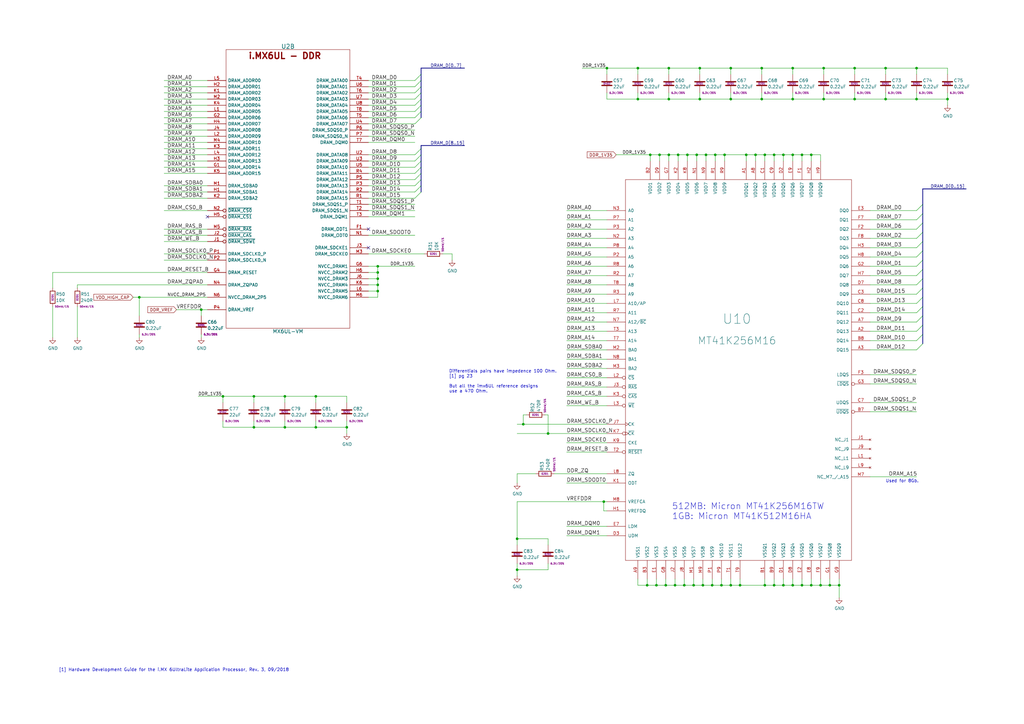
<source format=kicad_sch>
(kicad_sch (version 20230121) (generator eeschema)
  (paper "A3")
  (title_block (title "USB armory Mk II LAN") (date "2023-10-02") (rev "β") (company "WithSecure") (comment 1 "Copyright © WithSecure Corporation") (comment 2 "License: CERN-OHL-S") (comment 3 "https://github.com/usbarmory/usbarmory"))
  (junction (at 337.82 27.94))
  (junction (at 269.24 240.03))
  (junction (at 274.32 27.94))
  (junction (at 325.12 240.03))
  (junction (at 248.92 27.94))
  (junction (at 288.29 240.03))
  (junction (at 280.67 240.03))
  (junction (at 129.54 175.26))
  (junction (at 116.84 175.26))
  (junction (at 274.32 63.5))
  (junction (at 321.31 240.03))
  (junction (at 266.7 63.5))
  (junction (at 299.72 240.03))
  (junction (at 91.44 162.56))
  (junction (at 363.22 40.64))
  (junction (at 265.43 240.03))
  (junction (at 273.05 240.03))
  (junction (at 340.36 240.03))
  (junction (at 303.53 240.03))
  (junction (at 212.09 233.68))
  (junction (at 212.09 220.98))
  (junction (at 261.62 27.94))
  (junction (at 317.5 63.5))
  (junction (at 321.31 63.5))
  (junction (at 325.12 63.5))
  (junction (at 332.74 63.5))
  (junction (at 299.72 27.94))
  (junction (at 281.94 63.5))
  (junction (at 295.91 240.03))
  (junction (at 344.17 240.03))
  (junction (at 261.62 40.64))
  (junction (at 312.42 40.64))
  (junction (at 306.07 63.5))
  (junction (at 289.56 63.5))
  (junction (at 375.92 27.94))
  (junction (at 285.75 63.5))
  (junction (at 328.93 240.03))
  (junction (at 350.52 40.64))
  (junction (at 82.55 127))
  (junction (at 317.5 240.03))
  (junction (at 325.12 27.94))
  (junction (at 284.48 240.03))
  (junction (at 224.79 177.8))
  (junction (at 325.12 40.64))
  (junction (at 274.32 40.64))
  (junction (at 313.69 240.03))
  (junction (at 129.54 162.56))
  (junction (at 312.42 27.94))
  (junction (at 363.22 27.94))
  (junction (at 287.02 27.94))
  (junction (at 104.14 162.56))
  (junction (at 336.55 240.03))
  (junction (at 116.84 162.56))
  (junction (at 278.13 63.5))
  (junction (at 154.94 111.76))
  (junction (at 154.94 114.3))
  (junction (at 154.94 119.38))
  (junction (at 142.24 175.26))
  (junction (at 388.62 40.64))
  (junction (at 214.63 173.99))
  (junction (at 292.1 240.03))
  (junction (at 293.37 63.5))
  (junction (at 313.69 63.5))
  (junction (at 104.14 175.26))
  (junction (at 299.72 40.64))
  (junction (at 57.15 121.92))
  (junction (at 328.93 63.5))
  (junction (at 332.74 240.03))
  (junction (at 276.86 240.03))
  (junction (at 270.51 63.5))
  (junction (at 287.02 40.64))
  (junction (at 154.94 109.22))
  (junction (at 309.88 63.5))
  (junction (at 247.65 205.74))
  (junction (at 297.18 63.5))
  (junction (at 337.82 40.64))
  (junction (at 154.94 116.84))
  (junction (at 375.92 40.64))
  (junction (at 350.52 27.94))
  (no_connect (at 151.13 101.6))
  (no_connect (at 85.09 88.9))
  (no_connect (at 151.13 93.98))
  (bus_entry (at 375.92 113.03) (size 2.54 -2.54))
  (bus_entry (at 170.18 45.72) (size 2.54 -2.54))
  (bus_entry (at 375.92 105.41) (size 2.54 -2.54))
  (bus_entry (at 170.18 81.28) (size 2.54 -2.54))
  (bus_entry (at 170.18 38.1) (size 2.54 -2.54))
  (bus_entry (at 375.92 109.22) (size 2.54 -2.54))
  (bus_entry (at 375.92 128.27) (size 2.54 -2.54))
  (bus_entry (at 375.92 120.65) (size 2.54 -2.54))
  (bus_entry (at 170.18 71.12) (size 2.54 -2.54))
  (bus_entry (at 170.18 73.66) (size 2.54 -2.54))
  (bus_entry (at 170.18 43.18) (size 2.54 -2.54))
  (bus_entry (at 170.18 40.64) (size 2.54 -2.54))
  (bus_entry (at 170.18 78.74) (size 2.54 -2.54))
  (bus_entry (at 170.18 50.8) (size 2.54 -2.54))
  (bus_entry (at 170.18 48.26) (size 2.54 -2.54))
  (bus_entry (at 375.92 132.08) (size 2.54 -2.54))
  (bus_entry (at 375.92 90.17) (size 2.54 -2.54))
  (bus_entry (at 170.18 63.5) (size 2.54 -2.54))
  (bus_entry (at 375.92 124.46) (size 2.54 -2.54))
  (bus_entry (at 375.92 93.98) (size 2.54 -2.54))
  (bus_entry (at 375.92 143.51) (size 2.54 -2.54))
  (bus_entry (at 170.18 66.04) (size 2.54 -2.54))
  (bus_entry (at 170.18 35.56) (size 2.54 -2.54))
  (bus_entry (at 375.92 86.36) (size 2.54 -2.54))
  (bus_entry (at 170.18 76.2) (size 2.54 -2.54))
  (bus_entry (at 170.18 33.02) (size 2.54 -2.54))
  (bus_entry (at 375.92 135.89) (size 2.54 -2.54))
  (bus_entry (at 375.92 116.84) (size 2.54 -2.54))
  (bus_entry (at 375.92 97.79) (size 2.54 -2.54))
  (bus_entry (at 170.18 68.58) (size 2.54 -2.54))
  (bus_entry (at 375.92 101.6) (size 2.54 -2.54))
  (bus_entry (at 375.92 139.7) (size 2.54 -2.54))
  (wire (pts (xy 248.92 27.94) (xy 261.62 27.94)))
  (wire (pts (xy 154.94 121.92) (xy 151.13 121.92)))
  (bus (pts (xy 172.72 35.56) (xy 172.72 33.02)))
  (wire (pts (xy 21.59 111.76) (xy 21.59 118.11)))
  (bus (pts (xy 378.46 118.11) (xy 378.46 114.3)))
  (wire (pts (xy 363.22 30.48) (xy 363.22 27.94)))
  (wire (pts (xy 356.87 93.98) (xy 375.92 93.98)))
  (wire (pts (xy 129.54 175.26) (xy 129.54 172.72)))
  (wire (pts (xy 85.09 93.98) (xy 67.31 93.98)))
  (wire (pts (xy 31.75 125.73) (xy 31.75 138.43)))
  (wire (pts (xy 287.02 30.48) (xy 287.02 27.94)))
  (wire (pts (xy 303.53 240.03) (xy 313.69 240.03)))
  (bus (pts (xy 378.46 133.35) (xy 378.46 129.54)))
  (bus (pts (xy 172.72 76.2) (xy 172.72 78.74)))
  (wire (pts (xy 67.31 68.58) (xy 85.09 68.58)))
  (wire (pts (xy 325.12 27.94) (xy 337.82 27.94)))
  (wire (pts (xy 232.41 116.84) (xy 248.92 116.84)))
  (wire (pts (xy 280.67 240.03) (xy 284.48 240.03)))
  (wire (pts (xy 388.62 27.94) (xy 388.62 30.48)))
  (wire (pts (xy 325.12 40.64) (xy 337.82 40.64)))
  (bus (pts (xy 378.46 91.44) (xy 378.46 87.63)))
  (wire (pts (xy 356.87 143.51) (xy 375.92 143.51)))
  (wire (pts (xy 214.63 173.99) (xy 248.92 173.99)))
  (wire (pts (xy 185.42 104.14) (xy 181.61 104.14)))
  (wire (pts (xy 224.79 177.8) (xy 248.92 177.8)))
  (wire (pts (xy 356.87 101.6) (xy 375.92 101.6)))
  (wire (pts (xy 151.13 86.36) (xy 170.18 86.36)))
  (wire (pts (xy 321.31 237.49) (xy 321.31 240.03)))
  (wire (pts (xy 332.74 237.49) (xy 332.74 240.03)))
  (wire (pts (xy 288.29 240.03) (xy 292.1 240.03)))
  (wire (pts (xy 321.31 66.04) (xy 321.31 63.5)))
  (wire (pts (xy 313.69 237.49) (xy 313.69 240.03)))
  (wire (pts (xy 212.09 194.31) (xy 219.71 194.31)))
  (wire (pts (xy 116.84 175.26) (xy 129.54 175.26)))
  (wire (pts (xy 274.32 63.5) (xy 278.13 63.5)))
  (wire (pts (xy 297.18 63.5) (xy 306.07 63.5)))
  (wire (pts (xy 154.94 116.84) (xy 154.94 119.38)))
  (wire (pts (xy 232.41 97.79) (xy 248.92 97.79)))
  (wire (pts (xy 104.14 162.56) (xy 116.84 162.56)))
  (bus (pts (xy 172.72 59.69) (xy 190.5 59.69)))
  (wire (pts (xy 154.94 119.38) (xy 151.13 119.38)))
  (wire (pts (xy 299.72 237.49) (xy 299.72 240.03)))
  (wire (pts (xy 232.41 185.42) (xy 248.92 185.42)))
  (wire (pts (xy 356.87 132.08) (xy 375.92 132.08)))
  (wire (pts (xy 224.79 231.14) (xy 224.79 233.68)))
  (bus (pts (xy 172.72 48.26) (xy 172.72 45.72)))
  (wire (pts (xy 270.51 66.04) (xy 270.51 63.5)))
  (wire (pts (xy 154.94 119.38) (xy 154.94 121.92)))
  (wire (pts (xy 151.13 68.58) (xy 170.18 68.58)))
  (bus (pts (xy 378.46 87.63) (xy 378.46 83.82)))
  (wire (pts (xy 325.12 40.64) (xy 325.12 38.1)))
  (wire (pts (xy 299.72 27.94) (xy 312.42 27.94)))
  (wire (pts (xy 356.87 120.65) (xy 375.92 120.65)))
  (wire (pts (xy 232.41 124.46) (xy 248.92 124.46)))
  (wire (pts (xy 142.24 175.26) (xy 142.24 172.72)))
  (wire (pts (xy 248.92 40.64) (xy 261.62 40.64)))
  (wire (pts (xy 129.54 175.26) (xy 142.24 175.26)))
  (wire (pts (xy 85.09 96.52) (xy 67.31 96.52)))
  (wire (pts (xy 85.09 60.96) (xy 67.31 60.96)))
  (bus (pts (xy 172.72 73.66) (xy 172.72 76.2)))
  (wire (pts (xy 337.82 27.94) (xy 350.52 27.94)))
  (wire (pts (xy 325.12 240.03) (xy 328.93 240.03)))
  (wire (pts (xy 293.37 66.04) (xy 293.37 63.5)))
  (wire (pts (xy 85.09 45.72) (xy 67.31 45.72)))
  (wire (pts (xy 247.65 205.74) (xy 247.65 209.55)))
  (wire (pts (xy 356.87 168.91) (xy 375.92 168.91)))
  (wire (pts (xy 57.15 121.92) (xy 85.09 121.92)))
  (wire (pts (xy 85.09 50.8) (xy 67.31 50.8)))
  (wire (pts (xy 85.09 48.26) (xy 67.31 48.26)))
  (wire (pts (xy 232.41 128.27) (xy 248.92 128.27)))
  (wire (pts (xy 356.87 86.36) (xy 375.92 86.36)))
  (wire (pts (xy 340.36 237.49) (xy 340.36 240.03)))
  (wire (pts (xy 292.1 240.03) (xy 295.91 240.03)))
  (wire (pts (xy 248.92 215.9) (xy 232.41 215.9)))
  (wire (pts (xy 142.24 175.26) (xy 142.24 177.8)))
  (wire (pts (xy 332.74 66.04) (xy 332.74 63.5)))
  (wire (pts (xy 67.31 58.42) (xy 85.09 58.42)))
  (wire (pts (xy 266.7 66.04) (xy 266.7 63.5)))
  (wire (pts (xy 356.87 128.27) (xy 375.92 128.27)))
  (wire (pts (xy 154.94 109.22) (xy 170.18 109.22)))
  (wire (pts (xy 363.22 40.64) (xy 375.92 40.64)))
  (bus (pts (xy 172.72 68.58) (xy 172.72 71.12)))
  (wire (pts (xy 273.05 240.03) (xy 276.86 240.03)))
  (wire (pts (xy 278.13 66.04) (xy 278.13 63.5)))
  (wire (pts (xy 328.93 240.03) (xy 328.93 237.49)))
  (wire (pts (xy 350.52 27.94) (xy 363.22 27.94)))
  (wire (pts (xy 356.87 113.03) (xy 375.92 113.03)))
  (wire (pts (xy 306.07 63.5) (xy 309.88 63.5)))
  (wire (pts (xy 85.09 63.5) (xy 67.31 63.5)))
  (wire (pts (xy 375.92 195.58) (xy 356.87 195.58)))
  (wire (pts (xy 350.52 38.1) (xy 350.52 40.64)))
  (wire (pts (xy 227.33 194.31) (xy 248.92 194.31)))
  (wire (pts (xy 248.92 154.94) (xy 232.41 154.94)))
  (wire (pts (xy 116.84 165.1) (xy 116.84 162.56)))
  (wire (pts (xy 325.12 30.48) (xy 325.12 27.94)))
  (wire (pts (xy 104.14 172.72) (xy 104.14 175.26)))
  (wire (pts (xy 31.75 116.84) (xy 85.09 116.84)))
  (wire (pts (xy 288.29 240.03) (xy 288.29 237.49)))
  (wire (pts (xy 356.87 165.1) (xy 375.92 165.1)))
  (wire (pts (xy 21.59 111.76) (xy 85.09 111.76)))
  (wire (pts (xy 151.13 66.04) (xy 170.18 66.04)))
  (wire (pts (xy 375.92 27.94) (xy 388.62 27.94)))
  (wire (pts (xy 273.05 240.03) (xy 273.05 237.49)))
  (bus (pts (xy 378.46 114.3) (xy 378.46 110.49)))
  (wire (pts (xy 363.22 38.1) (xy 363.22 40.64)))
  (wire (pts (xy 85.09 33.02) (xy 67.31 33.02)))
  (wire (pts (xy 325.12 240.03) (xy 325.12 237.49)))
  (wire (pts (xy 223.52 170.18) (xy 224.79 170.18)))
  (wire (pts (xy 248.92 27.94) (xy 238.76 27.94)))
  (wire (pts (xy 274.32 40.64) (xy 274.32 38.1)))
  (wire (pts (xy 151.13 50.8) (xy 170.18 50.8)))
  (wire (pts (xy 336.55 63.5) (xy 336.55 66.04)))
  (bus (pts (xy 172.72 60.96) (xy 172.72 63.5)))
  (wire (pts (xy 232.41 132.08) (xy 248.92 132.08)))
  (wire (pts (xy 151.13 81.28) (xy 170.18 81.28)))
  (wire (pts (xy 151.13 96.52) (xy 170.18 96.52)))
  (wire (pts (xy 266.7 63.5) (xy 270.51 63.5)))
  (bus (pts (xy 378.46 106.68) (xy 378.46 102.87)))
  (wire (pts (xy 232.41 90.17) (xy 248.92 90.17)))
  (wire (pts (xy 212.09 220.98) (xy 212.09 223.52)))
  (wire (pts (xy 248.92 166.37) (xy 232.41 166.37)))
  (wire (pts (xy 344.17 240.03) (xy 344.17 245.11)))
  (wire (pts (xy 85.09 43.18) (xy 67.31 43.18)))
  (wire (pts (xy 82.55 137.16) (xy 82.55 138.43)))
  (bus (pts (xy 172.72 40.64) (xy 172.72 38.1)))
  (wire (pts (xy 247.65 205.74) (xy 248.92 205.74)))
  (wire (pts (xy 85.09 81.28) (xy 67.31 81.28)))
  (wire (pts (xy 274.32 40.64) (xy 287.02 40.64)))
  (wire (pts (xy 85.09 99.06) (xy 67.31 99.06)))
  (wire (pts (xy 356.87 97.79) (xy 375.92 97.79)))
  (wire (pts (xy 337.82 30.48) (xy 337.82 27.94)))
  (bus (pts (xy 378.46 77.47) (xy 396.24 77.47)))
  (wire (pts (xy 285.75 63.5) (xy 289.56 63.5)))
  (bus (pts (xy 378.46 95.25) (xy 378.46 91.44)))
  (wire (pts (xy 224.79 170.18) (xy 224.79 177.8)))
  (wire (pts (xy 151.13 45.72) (xy 170.18 45.72)))
  (wire (pts (xy 276.86 240.03) (xy 280.67 240.03)))
  (wire (pts (xy 212.09 205.74) (xy 212.09 220.98)))
  (wire (pts (xy 261.62 27.94) (xy 274.32 27.94)))
  (wire (pts (xy 151.13 76.2) (xy 170.18 76.2)))
  (wire (pts (xy 328.93 240.03) (xy 332.74 240.03)))
  (wire (pts (xy 232.41 101.6) (xy 248.92 101.6)))
  (wire (pts (xy 285.75 63.5) (xy 285.75 66.04)))
  (wire (pts (xy 317.5 240.03) (xy 321.31 240.03)))
  (bus (pts (xy 172.72 71.12) (xy 172.72 73.66)))
  (wire (pts (xy 297.18 66.04) (xy 297.18 63.5)))
  (wire (pts (xy 328.93 63.5) (xy 332.74 63.5)))
  (wire (pts (xy 276.86 237.49) (xy 276.86 240.03)))
  (wire (pts (xy 247.65 209.55) (xy 248.92 209.55)))
  (wire (pts (xy 312.42 30.48) (xy 312.42 27.94)))
  (bus (pts (xy 172.72 66.04) (xy 172.72 68.58)))
  (wire (pts (xy 299.72 40.64) (xy 312.42 40.64)))
  (wire (pts (xy 151.13 104.14) (xy 173.99 104.14)))
  (wire (pts (xy 215.9 170.18) (xy 214.63 170.18)))
  (wire (pts (xy 82.55 127) (xy 85.09 127)))
  (bus (pts (xy 172.72 30.48) (xy 172.72 27.94)))
  (wire (pts (xy 212.09 194.31) (xy 212.09 198.12)))
  (wire (pts (xy 388.62 40.64) (xy 388.62 43.18)))
  (wire (pts (xy 363.22 27.94) (xy 375.92 27.94)))
  (wire (pts (xy 85.09 76.2) (xy 67.31 76.2)))
  (wire (pts (xy 306.07 66.04) (xy 306.07 63.5)))
  (bus (pts (xy 378.46 110.49) (xy 378.46 106.68)))
  (wire (pts (xy 248.92 198.12) (xy 232.41 198.12)))
  (wire (pts (xy 356.87 153.67) (xy 375.92 153.67)))
  (wire (pts (xy 151.13 43.18) (xy 170.18 43.18)))
  (wire (pts (xy 248.92 27.94) (xy 248.92 30.48)))
  (wire (pts (xy 293.37 63.5) (xy 297.18 63.5)))
  (wire (pts (xy 151.13 83.82) (xy 170.18 83.82)))
  (wire (pts (xy 356.87 135.89) (xy 375.92 135.89)))
  (wire (pts (xy 91.44 162.56) (xy 104.14 162.56)))
  (wire (pts (xy 375.92 30.48) (xy 375.92 27.94)))
  (wire (pts (xy 356.87 139.7) (xy 375.92 139.7)))
  (wire (pts (xy 85.09 71.12) (xy 67.31 71.12)))
  (wire (pts (xy 312.42 40.64) (xy 325.12 40.64)))
  (wire (pts (xy 289.56 63.5) (xy 293.37 63.5)))
  (wire (pts (xy 280.67 237.49) (xy 280.67 240.03)))
  (bus (pts (xy 378.46 102.87) (xy 378.46 99.06)))
  (wire (pts (xy 151.13 33.02) (xy 170.18 33.02)))
  (wire (pts (xy 321.31 240.03) (xy 325.12 240.03)))
  (wire (pts (xy 212.09 205.74) (xy 247.65 205.74)))
  (wire (pts (xy 151.13 71.12) (xy 170.18 71.12)))
  (wire (pts (xy 151.13 58.42) (xy 170.18 58.42)))
  (wire (pts (xy 269.24 240.03) (xy 273.05 240.03)))
  (bus (pts (xy 378.46 121.92) (xy 378.46 118.11)))
  (wire (pts (xy 31.75 116.84) (xy 31.75 118.11)))
  (bus (pts (xy 172.72 63.5) (xy 172.72 66.04)))
  (wire (pts (xy 270.51 63.5) (xy 274.32 63.5)))
  (wire (pts (xy 91.44 172.72) (xy 91.44 175.26)))
  (wire (pts (xy 274.32 30.48) (xy 274.32 27.94)))
  (wire (pts (xy 232.41 120.65) (xy 248.92 120.65)))
  (wire (pts (xy 151.13 109.22) (xy 154.94 109.22)))
  (bus (pts (xy 172.72 38.1) (xy 172.72 35.56)))
  (bus (pts (xy 378.46 99.06) (xy 378.46 95.25)))
  (wire (pts (xy 104.14 165.1) (xy 104.14 162.56)))
  (wire (pts (xy 261.62 237.49) (xy 261.62 240.03)))
  (wire (pts (xy 265.43 240.03) (xy 269.24 240.03)))
  (wire (pts (xy 274.32 66.04) (xy 274.32 63.5)))
  (wire (pts (xy 284.48 240.03) (xy 288.29 240.03)))
  (wire (pts (xy 232.41 105.41) (xy 248.92 105.41)))
  (bus (pts (xy 378.46 83.82) (xy 378.46 77.47)))
  (wire (pts (xy 232.41 109.22) (xy 248.92 109.22)))
  (wire (pts (xy 281.94 66.04) (xy 281.94 63.5)))
  (wire (pts (xy 232.41 113.03) (xy 248.92 113.03)))
  (wire (pts (xy 129.54 165.1) (xy 129.54 162.56)))
  (wire (pts (xy 295.91 240.03) (xy 299.72 240.03)))
  (wire (pts (xy 85.09 53.34) (xy 67.31 53.34)))
  (wire (pts (xy 151.13 48.26) (xy 170.18 48.26)))
  (wire (pts (xy 265.43 237.49) (xy 265.43 240.03)))
  (wire (pts (xy 289.56 66.04) (xy 289.56 63.5)))
  (wire (pts (xy 85.09 66.04) (xy 67.31 66.04)))
  (wire (pts (xy 287.02 40.64) (xy 287.02 38.1)))
  (bus (pts (xy 172.72 33.02) (xy 172.72 30.48)))
  (wire (pts (xy 91.44 165.1) (xy 91.44 162.56)))
  (wire (pts (xy 332.74 240.03) (xy 336.55 240.03)))
  (wire (pts (xy 85.09 38.1) (xy 67.31 38.1)))
  (wire (pts (xy 274.32 27.94) (xy 287.02 27.94)))
  (wire (pts (xy 336.55 240.03) (xy 340.36 240.03)))
  (wire (pts (xy 85.09 40.64) (xy 67.31 40.64)))
  (wire (pts (xy 248.92 38.1) (xy 248.92 40.64)))
  (wire (pts (xy 299.72 40.64) (xy 299.72 38.1)))
  (wire (pts (xy 317.5 63.5) (xy 317.5 66.04)))
  (wire (pts (xy 261.62 40.64) (xy 261.62 38.1)))
  (wire (pts (xy 248.92 147.32) (xy 232.41 147.32)))
  (wire (pts (xy 154.94 114.3) (xy 151.13 114.3)))
  (wire (pts (xy 248.92 143.51) (xy 232.41 143.51)))
  (wire (pts (xy 214.63 170.18) (xy 214.63 173.99)))
  (wire (pts (xy 212.09 220.98) (xy 224.79 220.98)))
  (bus (pts (xy 172.72 59.69) (xy 172.72 60.96)))
  (wire (pts (xy 248.92 219.71) (xy 232.41 219.71)))
  (wire (pts (xy 269.24 237.49) (xy 269.24 240.03)))
  (wire (pts (xy 325.12 63.5) (xy 328.93 63.5)))
  (wire (pts (xy 212.09 233.68) (xy 224.79 233.68)))
  (wire (pts (xy 151.13 78.74) (xy 170.18 78.74)))
  (wire (pts (xy 261.62 40.64) (xy 274.32 40.64)))
  (wire (pts (xy 151.13 38.1) (xy 170.18 38.1)))
  (wire (pts (xy 248.92 181.61) (xy 232.41 181.61)))
  (wire (pts (xy 154.94 111.76) (xy 154.94 109.22)))
  (wire (pts (xy 116.84 172.72) (xy 116.84 175.26)))
  (wire (pts (xy 292.1 240.03) (xy 292.1 237.49)))
  (wire (pts (xy 232.41 86.36) (xy 248.92 86.36)))
  (wire (pts (xy 151.13 35.56) (xy 170.18 35.56)))
  (wire (pts (xy 85.09 104.14) (xy 67.31 104.14)))
  (wire (pts (xy 317.5 237.49) (xy 317.5 240.03)))
  (bus (pts (xy 172.72 45.72) (xy 172.72 43.18)))
  (wire (pts (xy 151.13 88.9) (xy 170.18 88.9)))
  (wire (pts (xy 261.62 240.03) (xy 265.43 240.03)))
  (wire (pts (xy 303.53 237.49) (xy 303.53 240.03)))
  (wire (pts (xy 356.87 124.46) (xy 375.92 124.46)))
  (wire (pts (xy 151.13 55.88) (xy 170.18 55.88)))
  (wire (pts (xy 317.5 63.5) (xy 321.31 63.5)))
  (wire (pts (xy 85.09 86.36) (xy 67.31 86.36)))
  (wire (pts (xy 356.87 105.41) (xy 375.92 105.41)))
  (wire (pts (xy 57.15 121.92) (xy 57.15 129.54)))
  (wire (pts (xy 82.55 129.54) (xy 82.55 127)))
  (bus (pts (xy 172.72 43.18) (xy 172.72 40.64)))
  (wire (pts (xy 91.44 175.26) (xy 104.14 175.26)))
  (wire (pts (xy 212.09 231.14) (xy 212.09 233.68)))
  (wire (pts (xy 375.92 38.1) (xy 375.92 40.64)))
  (wire (pts (xy 340.36 240.03) (xy 344.17 240.03)))
  (wire (pts (xy 287.02 27.94) (xy 299.72 27.94)))
  (wire (pts (xy 154.94 114.3) (xy 154.94 116.84)))
  (wire (pts (xy 312.42 40.64) (xy 312.42 38.1)))
  (wire (pts (xy 151.13 73.66) (xy 170.18 73.66)))
  (wire (pts (xy 299.72 240.03) (xy 303.53 240.03)))
  (wire (pts (xy 278.13 63.5) (xy 281.94 63.5)))
  (wire (pts (xy 232.41 135.89) (xy 248.92 135.89)))
  (bus (pts (xy 378.46 129.54) (xy 378.46 125.73)))
  (wire (pts (xy 313.69 240.03) (xy 317.5 240.03)))
  (wire (pts (xy 142.24 162.56) (xy 142.24 165.1)))
  (wire (pts (xy 248.92 158.75) (xy 232.41 158.75)))
  (wire (pts (xy 151.13 111.76) (xy 154.94 111.76)))
  (wire (pts (xy 388.62 38.1) (xy 388.62 40.64)))
  (bus (pts (xy 378.46 125.73) (xy 378.46 121.92)))
  (wire (pts (xy 21.59 125.73) (xy 21.59 138.43)))
  (wire (pts (xy 151.13 53.34) (xy 170.18 53.34)))
  (wire (pts (xy 356.87 90.17) (xy 375.92 90.17)))
  (wire (pts (xy 344.17 237.49) (xy 344.17 240.03)))
  (wire (pts (xy 325.12 66.04) (xy 325.12 63.5)))
  (wire (pts (xy 350.52 30.48) (xy 350.52 27.94)))
  (wire (pts (xy 212.09 177.8) (xy 224.79 177.8)))
  (wire (pts (xy 337.82 40.64) (xy 350.52 40.64)))
  (wire (pts (xy 337.82 40.64) (xy 337.82 38.1)))
  (wire (pts (xy 85.09 35.56) (xy 67.31 35.56)))
  (wire (pts (xy 224.79 220.98) (xy 224.79 223.52)))
  (wire (pts (xy 350.52 40.64) (xy 363.22 40.64)))
  (wire (pts (xy 321.31 63.5) (xy 325.12 63.5)))
  (wire (pts (xy 85.09 78.74) (xy 67.31 78.74)))
  (wire (pts (xy 72.39 127) (xy 82.55 127)))
  (wire (pts (xy 85.09 55.88) (xy 67.31 55.88)))
  (wire (pts (xy 313.69 66.04) (xy 313.69 63.5)))
  (wire (pts (xy 313.69 63.5) (xy 317.5 63.5)))
  (wire (pts (xy 356.87 109.22) (xy 375.92 109.22)))
  (wire (pts (xy 116.84 162.56) (xy 129.54 162.56)))
  (wire (pts (xy 212.09 173.99) (xy 214.63 173.99)))
  (wire (pts (xy 281.94 63.5) (xy 285.75 63.5)))
  (wire (pts (xy 54.61 121.92) (xy 57.15 121.92)))
  (wire (pts (xy 312.42 27.94) (xy 325.12 27.94)))
  (wire (pts (xy 154.94 116.84) (xy 151.13 116.84)))
  (wire (pts (xy 248.92 162.56) (xy 232.41 162.56)))
  (wire (pts (xy 309.88 66.04) (xy 309.88 63.5)))
  (wire (pts (xy 284.48 237.49) (xy 284.48 240.03)))
  (wire (pts (xy 81.28 162.56) (xy 91.44 162.56)))
  (bus (pts (xy 378.46 137.16) (xy 378.46 133.35)))
  (bus (pts (xy 172.72 27.94) (xy 190.5 27.94)))
  (wire (pts (xy 57.15 137.16) (xy 57.15 138.43)))
  (wire (pts (xy 104.14 175.26) (xy 116.84 175.26)))
  (wire (pts (xy 336.55 237.49) (xy 336.55 240.03)))
  (wire (pts (xy 248.92 139.7) (xy 232.41 139.7)))
  (wire (pts (xy 154.94 111.76) (xy 154.94 114.3)))
  (wire (pts (xy 332.74 63.5) (xy 336.55 63.5)))
  (wire (pts (xy 252.73 63.5) (xy 266.7 63.5)))
  (wire (pts (xy 299.72 30.48) (xy 299.72 27.94)))
  (wire (pts (xy 151.13 40.64) (xy 170.18 40.64)))
  (wire (pts (xy 309.88 63.5) (xy 313.69 63.5)))
  (wire (pts (xy 85.09 106.68) (xy 67.31 106.68)))
  (wire (pts (xy 248.92 151.13) (xy 232.41 151.13)))
  (wire (pts (xy 328.93 66.04) (xy 328.93 63.5)))
  (wire (pts (xy 375.92 40.64) (xy 388.62 40.64)))
  (wire (pts (xy 212.09 233.68) (xy 212.09 236.22)))
  (wire (pts (xy 151.13 63.5) (xy 170.18 63.5)))
  (wire (pts (xy 287.02 40.64) (xy 299.72 40.64)))
  (wire (pts (xy 185.42 104.14) (xy 185.42 106.68)))
  (wire (pts (xy 295.91 237.49) (xy 295.91 240.03)))
  (bus (pts (xy 378.46 140.97) (xy 378.46 137.16)))
  (wire (pts (xy 261.62 30.48) (xy 261.62 27.94)))
  (wire (pts (xy 356.87 116.84) (xy 375.92 116.84)))
  (wire (pts (xy 356.87 157.48) (xy 375.92 157.48)))
  (wire (pts (xy 232.41 93.98) (xy 248.92 93.98)))
  (wire (pts (xy 129.54 162.56) (xy 142.24 162.56)))
  (text "Differentials pairs have impedence 100 Ohm.\n[1] pg 23\n\nBut all the imx6UL reference designs\nuse a 470 Ohm." (at 184.15 161.29 0) (effects (font (size 1.27 1.27)) (justify left bottom)))
  (text "512MB: Micron MT41K256M16TW\n1GB: Micron MT41K512M16HA" (at 275.59 213.36 0) (effects (font (size 2.54 2.54)) (justify left bottom)))
  (text "Used for 8Gb." (at 363.22 198.12 0) (effects (font (size 1.27 1.27)) (justify left bottom)))
  (text "[1] Hardware Development Guide for the i.MX 6UltraLite Application Processor, Rev. 3, 09/2018\n" (at 24.13 275.59 0) (effects (font (size 1.27 1.27)) (justify left bottom)))
  (label "DDR_1V35" (at 255.27 63.5 0))
  (label "DRAM_ZQPAD" (at 68.58 116.84 0) (effects (font (size 1.524 1.524))))
  (label "DRAM_DQM1" (at 232.41 219.71 0) (effects (font (size 1.524 1.524))))
  (label "DRAM_A4" (at 232.41 101.6 0) (effects (font (size 1.524 1.524))))
  (label "DRAM_RAS_B" (at 232.41 158.75 0) (effects (font (size 1.524 1.524))))
  (label "DRAM_SDQS1_N" (at 152.4 86.36 0) (effects (font (size 1.524 1.524))))
  (label "DRAM_D5" (at 152.4 45.72 0) (effects (font (size 1.524 1.524))))
  (label "DRAM_CS0_B" (at 68.58 86.36 0) (effects (font (size 1.524 1.524))))
  (label "DRAM_D[0..15]" (at 381.635 77.47 0))
  (label "DRAM_D13" (at 359.41 124.46 0) (effects (font (size 1.524 1.524))))
  (label "DRAM_A1" (at 68.58 35.56 0) (effects (font (size 1.524 1.524))))
  (label "DDR_1V35" (at 160.02 109.22 0))
  (label "DRAM_D13" (at 152.4 76.2 0) (effects (font (size 1.524 1.524))))
  (label "DRAM_SDBA0" (at 68.58 76.2 0) (effects (font (size 1.524 1.524))))
  (label "DRAM_A11" (at 232.41 128.27 0) (effects (font (size 1.524 1.524))))
  (label "DRAM_D4" (at 359.41 105.41 0) (effects (font (size 1.524 1.524))))
  (label "DRAM_D10" (at 359.41 139.7 0) (effects (font (size 1.524 1.524))))
  (label "DRAM_D7" (at 359.41 90.17 0) (effects (font (size 1.524 1.524))))
  (label "DDR_1V35" (at 238.76 27.94 0))
  (label "DRAM_D12" (at 359.41 143.51 0) (effects (font (size 1.524 1.524))))
  (label "DRAM_SDCLK0_P" (at 232.41 173.99 0) (effects (font (size 1.524 1.524))))
  (label "DRAM_D15" (at 152.4 81.28 0) (effects (font (size 1.524 1.524))))
  (label "DRAM_A6" (at 68.58 48.26 0) (effects (font (size 1.524 1.524))))
  (label "DRAM_D2" (at 152.4 38.1 0) (effects (font (size 1.524 1.524))))
  (label "DRAM_A7" (at 232.41 113.03 0) (effects (font (size 1.524 1.524))))
  (label "DRAM_SDQS0_P" (at 358.14 153.67 0) (effects (font (size 1.524 1.524))))
  (label "DRAM_A11" (at 68.58 60.96 0) (effects (font (size 1.524 1.524))))
  (label "DRAM_A12" (at 232.41 132.08 0) (effects (font (size 1.524 1.524))))
  (label "DRAM_D6" (at 359.41 93.98 0) (effects (font (size 1.524 1.524))))
  (label "DRAM_SDODT0" (at 152.4 96.52 0) (effects (font (size 1.524 1.524))))
  (label "DRAM_A5" (at 232.41 105.41 0) (effects (font (size 1.524 1.524))))
  (label "DRAM_SDBA2" (at 68.58 81.28 0) (effects (font (size 1.524 1.524))))
  (label "DRAM_A15" (at 68.58 71.12 0) (effects (font (size 1.524 1.524))))
  (label "DRAM_A14" (at 68.58 68.58 0) (effects (font (size 1.524 1.524))))
  (label "DRAM_D12" (at 152.4 73.66 0) (effects (font (size 1.524 1.524))))
  (label "DRAM_SDQS1_N" (at 358.14 168.91 0) (effects (font (size 1.524 1.524))))
  (label "DRAM_D3" (at 359.41 101.6 0) (effects (font (size 1.524 1.524))))
  (label "DRAM_D15" (at 359.41 120.65 0) (effects (font (size 1.524 1.524))))
  (label "DRAM_SDQS1_P" (at 358.14 165.1 0) (effects (font (size 1.524 1.524))))
  (label "DRAM_D11" (at 152.4 71.12 0) (effects (font (size 1.524 1.524))))
  (label "DRAM_WE_B" (at 232.41 166.37 0) (effects (font (size 1.524 1.524))))
  (label "DRAM_D[0..7]" (at 176.53 27.94 0))
  (label "VREFDDR" (at 232.41 205.74 0) (effects (font (size 1.524 1.524))))
  (label "DRAM_DQM0" (at 152.4 58.42 0) (effects (font (size 1.524 1.524))))
  (label "DRAM_A7" (at 68.58 50.8 0) (effects (font (size 1.524 1.524))))
  (label "DRAM_D9" (at 359.41 132.08 0) (effects (font (size 1.524 1.524))))
  (label "DRAM_D9" (at 152.4 66.04 0) (effects (font (size 1.524 1.524))))
  (label "DRAM_SDCKE0" (at 152.4 104.14 0) (effects (font (size 1.524 1.524))))
  (label "DRAM_D14" (at 359.41 128.27 0) (effects (font (size 1.524 1.524))))
  (label "VREFDDR" (at 72.39 127 0) (effects (font (size 1.524 1.524))))
  (label "DRAM_A2" (at 232.41 93.98 0) (effects (font (size 1.524 1.524))))
  (label "DRAM_SDBA0" (at 232.41 143.51 0) (effects (font (size 1.524 1.524))))
  (label "DRAM_SDBA2" (at 232.41 151.13 0) (effects (font (size 1.524 1.524))))
  (label "DRAM_A8" (at 68.58 53.34 0) (effects (font (size 1.524 1.524))))
  (label "DRAM_SDCKE0" (at 232.41 181.61 0) (effects (font (size 1.524 1.524))))
  (label "DRAM_SDBA1" (at 68.58 78.74 0) (effects (font (size 1.524 1.524))))
  (label "DDR_ZQ" (at 232.41 194.31 0) (effects (font (size 1.524 1.524))))
  (label "DRAM_A5" (at 68.58 45.72 0) (effects (font (size 1.524 1.524))))
  (label "DRAM_A3" (at 68.58 40.64 0) (effects (font (size 1.524 1.524))))
  (label "DRAM_D11" (at 359.41 135.89 0) (effects (font (size 1.524 1.524))))
  (label "DRAM_A9" (at 68.58 55.88 0) (effects (font (size 1.524 1.524))))
  (label "DRAM_SDODT0" (at 232.41 198.12 0) (effects (font (size 1.524 1.524))))
  (label "DRAM_SDBA1" (at 232.41 147.32 0) (effects (font (size 1.524 1.524))))
  (label "DRAM_RESET_B" (at 232.41 185.42 0) (effects (font (size 1.524 1.524))))
  (label "DRAM_A0" (at 68.58 33.02 0) (effects (font (size 1.524 1.524))))
  (label "DRAM_D1" (at 152.4 35.56 0) (effects (font (size 1.524 1.524))))
  (label "DRAM_D2" (at 359.41 97.79 0) (effects (font (size 1.524 1.524))))
  (label "DRAM_SDQS0_P" (at 152.4 53.34 0) (effects (font (size 1.524 1.524))))
  (label "DRAM_CAS_B" (at 68.58 96.52 0) (effects (font (size 1.524 1.524))))
  (label "DRAM_D8" (at 359.41 116.84 0) (effects (font (size 1.524 1.524))))
  (label "DRAM_RAS_B" (at 68.58 93.98 0) (effects (font (size 1.524 1.524))))
  (label "DRAM_DQM1" (at 152.4 88.9 0) (effects (font (size 1.524 1.524))))
  (label "NVCC_DRAM_2P5" (at 68.58 121.92 0))
  (label "DRAM_D0" (at 359.41 86.36 0) (effects (font (size 1.524 1.524))))
  (label "DRAM_D5" (at 359.41 113.03 0) (effects (font (size 1.524 1.524))))
  (label "DRAM_SDCLK0_N" (at 232.41 177.8 0) (effects (font (size 1.524 1.524))))
  (label "DRAM_A10" (at 232.41 124.46 0) (effects (font (size 1.524 1.524))))
  (label "DRAM_CAS_B" (at 232.41 162.56 0) (effects (font (size 1.524 1.524))))
  (label "DRAM_A9" (at 232.41 120.65 0) (effects (font (size 1.524 1.524))))
  (label "DRAM_RESET_B" (at 68.58 111.76 0) (effects (font (size 1.524 1.524))))
  (label "DRAM_A14" (at 232.41 139.7 0) (effects (font (size 1.524 1.524))))
  (label "DRAM_A10" (at 68.58 58.42 0) (effects (font (size 1.524 1.524))))
  (label "DRAM_D10" (at 152.4 68.58 0) (effects (font (size 1.524 1.524))))
  (label "DRAM_D8" (at 152.4 63.5 0) (effects (font (size 1.524 1.524))))
  (label "DRAM_D[8..15]" (at 176.53 59.69 0))
  (label "DRAM_A2" (at 68.58 38.1 0) (effects (font (size 1.524 1.524))))
  (label "DRAM_D1" (at 359.41 109.22 0) (effects (font (size 1.524 1.524))))
  (label "DRAM_A15" (at 364.49 195.58 0) (effects (font (size 1.524 1.524))))
  (label "DRAM_SDQS1_P" (at 152.4 83.82 0) (effects (font (size 1.524 1.524))))
  (label "DRAM_A13" (at 232.41 135.89 0) (effects (font (size 1.524 1.524))))
  (label "DRAM_A1" (at 232.41 90.17 0) (effects (font (size 1.524 1.524))))
  (label "DRAM_A0" (at 232.41 86.36 0) (effects (font (size 1.524 1.524))))
  (label "DRAM_A8" (at 232.41 116.84 0) (effects (font (size 1.524 1.524))))
  (label "DRAM_A6" (at 232.41 109.22 0) (effects (font (size 1.524 1.524))))
  (label "DRAM_D0" (at 152.4 33.02 0) (effects (font (size 1.524 1.524))))
  (label "DRAM_A13" (at 68.58 66.04 0) (effects (font (size 1.524 1.524))))
  (label "DRAM_SDCLK0_P" (at 68.58 104.14 0) (effects (font (size 1.524 1.524))))
  (label "DRAM_A4" (at 68.58 43.18 0) (effects (font (size 1.524 1.524))))
  (label "DRAM_D14" (at 152.4 78.74 0) (effects (font (size 1.524 1.524))))
  (label "DRAM_SDCLK0_N" (at 68.58 106.68 0) (effects (font (size 1.524 1.524))))
  (label "DRAM_D3" (at 152.4 40.64 0) (effects (font (size 1.524 1.524))))
  (label "DRAM_A12" (at 68.58 63.5 0) (effects (font (size 1.524 1.524))))
  (label "DRAM_D4" (at 152.4 43.18 0) (effects (font (size 1.524 1.524))))
  (label "DRAM_DQM0" (at 232.41 215.9 0) (effects (font (size 1.524 1.524))))
  (label "DRAM_A3" (at 232.41 97.79 0) (effects (font (size 1.524 1.524))))
  (label "DRAM_SDQS0_N" (at 358.14 157.48 0) (effects (font (size 1.524 1.524))))
  (label "DRAM_D7" (at 152.4 50.8 0) (effects (font (size 1.524 1.524))))
  (label "DDR_1V35" (at 81.28 162.56 0))
  (label "DRAM_CS0_B" (at 232.41 154.94 0) (effects (font (size 1.524 1.524))))
  (label "DRAM_SDQS0_N" (at 152.4 55.88 0) (effects (font (size 1.524 1.524))))
  (label "DRAM_D6" (at 152.4 48.26 0) (effects (font (size 1.524 1.524))))
  (label "DRAM_WE_B" (at 68.58 99.06 0) (effects (font (size 1.524 1.524))))
  (global_label "DDR_1V35" (shape input) (at 252.73 63.5 180) (property "Intersheetrefs" "${INTERSHEET_REFS}" (effects hide)))
  (global_label "DDR_VREF" (shape input) (at 72.39 127 180) (property "Intersheetrefs" "${INTERSHEET_REFS}" (effects hide)))
  (global_label "VDD_HIGH_CAP" (shape input) (at 54.61 121.92 180) (property "Intersheetrefs" "${INTERSHEET_REFS}" (effects hide)))
  (symbol (lib_id "Power:GND") (at 142.24 177.8 0) (unit 1)
    (property "Reference" "#PWR066" (effects hide))
    (property "Value" "GND" (at 142.367 182.1942 0))
  )
  (symbol (lib_id "Power:GND") (at 344.17 245.11 0) (unit 1)
    (property "Reference" "#PWR069" (effects hide))
    (property "Value" "GND" (at 344.297 249.5042 0))
  )
  (symbol (lib_id "Power:GND") (at 82.55 138.43 0) (unit 1)
    (property "Reference" "#PWR062" (effects hide))
    (property "Value" "GND" (at 82.677 142.8242 0))
  )
  (symbol (lib_id "Power:GND") (at 212.09 236.22 0) (unit 1)
    (property "Reference" "#PWR068" (effects hide))
    (property "Value" "GND" (at 212.217 240.6142 0))
  )
  (symbol (lib_id "armory-mkII:MX6UL-VM") (at 118.11 20.32 0) (unit 2)
    (property "Reference" "U2" (at 118.11 19.05 0) (effects (font (size 1.778 1.778))))
    (property "Value" "MX6UL-VM" (at 118.11 135.89 0) (effects (font (size 1.524 1.524))))
    (property "Footprint" "armory-kicad:SOT1534-2" (effects hide))
    (property "Datasheet" "https://www.nxp.com/docs/en/data-sheet/IMX6ULLCEC.pdf" (effects hide))
    (property "Mfg PN" "MCIMX6Y2DVM09AB" (effects hide))
    (property "Mfg" "NXP" (effects hide))
    (property "Desc" "SoC" (effects hide))
    (property "Supplier" "Digikey" (effects hide))
    (property "Supplier PN" "568-14995-ND" (effects hide))
  )
  (symbol (lib_id "Power:GND") (at 388.62 43.18 0) (unit 1)
    (property "Reference" "#PWR064" (effects hide))
    (property "Value" "GND" (at 388.747 47.5742 0))
  )
  (symbol (lib_id "Device:C") (at 248.92 34.29 0) (unit 1)
    (property "Reference" "C57" (at 251.46 33.02 0) (effects (justify left)))
    (property "Value" "22uF" (at 251.46 35.56 0) (effects (justify left)))
    (property "Footprint" "armory-kicad:SM0402" (effects hide))
    (property "Mfg" "Murata Electronics North America" (effects hide))
    (property "Mfg PN" "CL05A226MQ5N6J8" (effects hide))
    (property "Desc" "X5R, 20%, 6.3V" (effects hide))
    (property "Supplier" "Digikey" (effects hide))
    (property "Supplier PN" "1276-7090-2-ND" (effects hide))
    (property "FP" "0402" (at 248.92 34.29 0) (effects (font (size 0.762 0.762))))
    (property "Rating" "6.3V/20%" (at 252.73 38.1 0) (effects (font (size 0.762 0.762))))
    (property "Alternative PN" "CL05A226MQ6ZUN8" (effects hide))
  )
  (symbol (lib_id "armory-mkII:MT41K256M16") (at 302.26 148.59 0) (unit 1)
    (property "Reference" "U10" (at 302.26 130.81 0) (effects (font (size 3.9878 3.9878))))
    (property "Value" "MT41K256M16" (at 302.26 139.7 0) (effects (font (size 2.9972 2.9972))))
    (property "Footprint" "armory-kicad:MICRON-FBGA-96" (effects hide))
    (property "Datasheet" "https://www.micron.com/~/media/Documents/Products/Data%20Sheet/DRAM/DDR3/4Gb_1_35V_DDR3L.pdf" (effects hide))
    (property "Mfg" "Micron" (effects hide))
    (property "Mfg PN" "MT41K256M16TW-107:P" (effects hide))
    (property "Desc" "DDR RAM" (effects hide))
    (property "Supplier" "Digikey" (effects hide))
    (property "Supplier PN" "557-1792-ND" (effects hide))
    (property "Alternative PN" "MT41K256M16LY" (effects hide))
  )
  (symbol (lib_id "Device:R") (at 21.59 121.92 0) (unit 1)
    (property "Reference" "R50" (at 22.86 120.65 0) (effects (justify left)))
    (property "Value" "10K" (at 22.86 123.19 0) (effects (justify left)))
    (property "Footprint" "armory-kicad:SM0201" (effects hide))
    (property "Mfg" "Vishay Dale" (effects hide))
    (property "Mfg PN" "CRCW020110K0JNED" (effects hide))
    (property "Desc" "5%, 50mW" (effects hide))
    (property "Supplier" "Digikey" (effects hide))
    (property "Supplier PN" "541-10KAGTR-ND" (effects hide))
    (property "FP" "0201" (at 21.59 121.92 90) (effects (font (size 0.762 0.762))))
    (property "Rating" "50mW/1%" (at 25.4 125.73 0) (effects (font (size 0.762 0.762))))
  )
  (symbol (lib_id "Power:GND") (at 21.59 138.43 0) (unit 1)
    (property "Reference" "#PWR060" (effects hide))
    (property "Value" "GND" (at 21.717 142.8242 0))
  )
  (symbol (lib_id "Device:R") (at 223.52 194.31 270) (unit 1)
    (property "Reference" "R53" (at 222.25 189.23 0) (effects (justify left)))
    (property "Value" "240R" (at 224.79 187.96 0) (effects (justify left)))
    (property "Footprint" "armory-kicad:SM0201" (effects hide))
    (property "Mfg" "Vishay Dale" (effects hide))
    (property "Mfg PN" "CRCW0201240RFNED" (effects hide))
    (property "Desc" "1%, 50mW" (effects hide))
    (property "Supplier" "Digikey" (effects hide))
    (property "Supplier PN" "541-2949-2-ND" (effects hide))
    (property "FP" "0201" (at 223.52 194.31 90) (effects (font (size 0.762 0.762))))
    (property "Rating" "50mW/1%" (at 227.33 190.5 0) (effects (font (size 0.762 0.762))))
  )
  (symbol (lib_id "Power:GND") (at 212.09 198.12 0) (unit 1)
    (property "Reference" "#PWR067" (effects hide))
    (property "Value" "GND" (at 212.217 202.5142 0))
  )
  (symbol (lib_id "Device:R") (at 31.75 121.92 0) (unit 1)
    (property "Reference" "R51" (at 33.02 120.65 0) (effects (justify left)))
    (property "Value" "240R" (at 33.02 123.19 0) (effects (justify left)))
    (property "Footprint" "armory-kicad:SM0201" (effects hide))
    (property "Mfg" "Vishay Dale" (effects hide))
    (property "Mfg PN" "CRCW0201240RFNED" (effects hide))
    (property "Desc" "1%, 50mW" (effects hide))
    (property "Supplier" "Digikey" (effects hide))
    (property "Supplier PN" "541-2949-2-ND" (effects hide))
    (property "FP" "0201" (at 31.75 121.92 90) (effects (font (size 0.762 0.762))))
    (property "Rating" "50mW/1%" (at 35.56 125.73 0) (effects (font (size 0.762 0.762))))
  )
  (symbol (lib_id "Power:GND") (at 31.75 138.43 0) (unit 1)
    (property "Reference" "#PWR061" (effects hide))
    (property "Value" "GND" (at 31.877 142.8242 0))
  )
  (symbol (lib_id "Device:R") (at 177.8 104.14 90) (unit 1)
    (property "Reference" "R31" (at 176.53 102.87 0) (effects (justify left)))
    (property "Value" "10K" (at 179.07 102.87 0) (effects (justify left)))
    (property "Footprint" "armory-kicad:SM0201" (effects hide))
    (property "Mfg" "Vishay Dale" (effects hide))
    (property "Mfg PN" "CRCW020110K0JNED" (effects hide))
    (property "Desc" "5%, 50mW" (effects hide))
    (property "Supplier" "Digikey" (effects hide))
    (property "Supplier PN" "541-10KAGTR-ND" (effects hide))
    (property "FP" "0201" (at 177.8 104.14 90) (effects (font (size 0.762 0.762))))
    (property "Rating" "50mW/1%" (at 181.61 100.33 0) (effects (font (size 0.762 0.762))))
  )
  (symbol (lib_id "Power:GND") (at 185.42 106.68 0) (unit 1)
    (property "Reference" "#PWR046" (effects hide))
    (property "Value" "GND" (at 185.547 111.0742 0))
  )
  (symbol (lib_id "Power:GND") (at 57.15 138.43 0) (unit 1)
    (property "Reference" "#PWR065" (effects hide))
    (property "Value" "GND" (at 57.277 142.8242 0))
  )
  (symbol (lib_id "Device:R") (at 219.71 170.18 270) (unit 1)
    (property "Reference" "R52" (at 218.44 165.1 0) (effects (justify left)))
    (property "Value" "470R" (at 220.98 163.83 0) (effects (justify left)))
    (property "Footprint" "armory-kicad:SM0201" (effects hide))
    (property "Mfg" "Vishay Dale" (effects hide))
    (property "Mfg PN" "CRCW0201470RJNED" (effects hide))
    (property "Desc" "5%, 50mW" (effects hide))
    (property "Supplier" "Digikey" (effects hide))
    (property "Supplier PN" "541-470AGCT-ND" (effects hide))
    (property "FP" "0201" (at 219.71 170.18 90) (effects (font (size 0.762 0.762))))
    (property "Rating" "50mW/5%" (at 223.52 166.37 0) (effects (font (size 0.762 0.762))))
  )
  (symbol (lib_id "Device:C") (at 261.62 34.29 0) (unit 1)
    (property "Reference" "C59" (at 264.16 33.02 0) (effects (justify left)))
    (property "Value" "0.22uF" (at 264.16 35.56 0) (effects (justify left)))
    (property "Footprint" "armory-kicad:SM0201" (effects hide))
    (property "Mfg" "Murata Electronics North America" (effects hide))
    (property "Mfg PN" "GRM033R60J224ME15D" (effects hide))
    (property "Desc" "X5R, 20%, 6.3V" (effects hide))
    (property "Supplier" "Digikey" (effects hide))
    (property "Supplier PN" "490-10407-1-ND" (effects hide))
    (property "FP" "0201" (at 261.62 34.29 0) (effects (font (size 0.762 0.762))))
    (property "Rating" "6.3V/20%" (at 265.43 38.1 0) (effects (font (size 0.762 0.762))))
  )
  (symbol (lib_id "Device:C") (at 274.32 34.29 0) (unit 1)
    (property "Reference" "C60" (at 276.86 33.02 0) (effects (justify left)))
    (property "Value" "0.22uF" (at 276.86 35.56 0) (effects (justify left)))
    (property "Footprint" "armory-kicad:SM0201" (effects hide))
    (property "Mfg" "Murata Electronics North America" (effects hide))
    (property "Mfg PN" "GRM033R60J224ME15D" (effects hide))
    (property "Desc" "X5R, 20%, 6.3V" (effects hide))
    (property "Supplier" "Digikey" (effects hide))
    (property "Supplier PN" "490-10407-1-ND" (effects hide))
    (property "FP" "0201" (at 274.32 34.29 0) (effects (font (size 0.762 0.762))))
    (property "Rating" "6.3V/20%" (at 278.13 38.1 0) (effects (font (size 0.762 0.762))))
  )
  (symbol (lib_id "Device:C") (at 287.02 34.29 0) (unit 1)
    (property "Reference" "C63" (at 289.56 33.02 0) (effects (justify left)))
    (property "Value" "0.22uF" (at 289.56 35.56 0) (effects (justify left)))
    (property "Footprint" "armory-kicad:SM0201" (effects hide))
    (property "Mfg" "Murata Electronics North America" (effects hide))
    (property "Mfg PN" "GRM033R60J224ME15D" (effects hide))
    (property "Desc" "X5R, 20%, 6.3V" (effects hide))
    (property "Supplier" "Digikey" (effects hide))
    (property "Supplier PN" "490-10407-1-ND" (effects hide))
    (property "FP" "0201" (at 287.02 34.29 0) (effects (font (size 0.762 0.762))))
    (property "Rating" "6.3V/20%" (at 290.83 38.1 0) (effects (font (size 0.762 0.762))))
  )
  (symbol (lib_id "Device:C") (at 299.72 34.29 0) (unit 1)
    (property "Reference" "C67" (at 302.26 33.02 0) (effects (justify left)))
    (property "Value" "0.22uF" (at 302.26 35.56 0) (effects (justify left)))
    (property "Footprint" "armory-kicad:SM0201" (effects hide))
    (property "Mfg" "Murata Electronics North America" (effects hide))
    (property "Mfg PN" "GRM033R60J224ME15D" (effects hide))
    (property "Desc" "X5R, 20%, 6.3V" (effects hide))
    (property "Supplier" "Digikey" (effects hide))
    (property "Supplier PN" "490-10407-1-ND" (effects hide))
    (property "FP" "0201" (at 299.72 34.29 0) (effects (font (size 0.762 0.762))))
    (property "Rating" "6.3V/20%" (at 303.53 38.1 0) (effects (font (size 0.762 0.762))))
  )
  (symbol (lib_id "Device:C") (at 312.42 34.29 0) (unit 1)
    (property "Reference" "C68" (at 314.96 33.02 0) (effects (justify left)))
    (property "Value" "0.22uF" (at 314.96 35.56 0) (effects (justify left)))
    (property "Footprint" "armory-kicad:SM0201" (effects hide))
    (property "Mfg" "Murata Electronics North America" (effects hide))
    (property "Mfg PN" "GRM033R60J224ME15D" (effects hide))
    (property "Desc" "X5R, 20%, 6.3V" (effects hide))
    (property "Supplier" "Digikey" (effects hide))
    (property "Supplier PN" "490-10407-1-ND" (effects hide))
    (property "FP" "0201" (at 312.42 34.29 0) (effects (font (size 0.762 0.762))))
    (property "Rating" "6.3V/20%" (at 316.23 38.1 0) (effects (font (size 0.762 0.762))))
  )
  (symbol (lib_id "Device:C") (at 325.12 34.29 0) (unit 1)
    (property "Reference" "C69" (at 327.66 33.02 0) (effects (justify left)))
    (property "Value" "0.22uF" (at 327.66 35.56 0) (effects (justify left)))
    (property "Footprint" "armory-kicad:SM0201" (effects hide))
    (property "Mfg" "Murata Electronics North America" (effects hide))
    (property "Mfg PN" "GRM033R60J224ME15D" (effects hide))
    (property "Desc" "X5R, 20%, 6.3V" (effects hide))
    (property "Supplier" "Digikey" (effects hide))
    (property "Supplier PN" "490-10407-1-ND" (effects hide))
    (property "FP" "0201" (at 325.12 34.29 0) (effects (font (size 0.762 0.762))))
    (property "Rating" "6.3V/20%" (at 328.93 38.1 0) (effects (font (size 0.762 0.762))))
  )
  (symbol (lib_id "Device:C") (at 337.82 34.29 0) (unit 1)
    (property "Reference" "C70" (at 340.36 33.02 0) (effects (justify left)))
    (property "Value" "0.22uF" (at 340.36 35.56 0) (effects (justify left)))
    (property "Footprint" "armory-kicad:SM0201" (effects hide))
    (property "Mfg" "Murata Electronics North America" (effects hide))
    (property "Mfg PN" "GRM033R60J224ME15D" (effects hide))
    (property "Desc" "X5R, 20%, 6.3V" (effects hide))
    (property "Supplier" "Digikey" (effects hide))
    (property "Supplier PN" "490-10407-1-ND" (effects hide))
    (property "FP" "0201" (at 337.82 34.29 0) (effects (font (size 0.762 0.762))))
    (property "Rating" "6.3V/20%" (at 341.63 38.1 0) (effects (font (size 0.762 0.762))))
  )
  (symbol (lib_id "Device:C") (at 350.52 34.29 0) (unit 1)
    (property "Reference" "C71" (at 353.06 33.02 0) (effects (justify left)))
    (property "Value" "0.22uF" (at 353.06 35.56 0) (effects (justify left)))
    (property "Footprint" "armory-kicad:SM0201" (effects hide))
    (property "Mfg" "Murata Electronics North America" (effects hide))
    (property "Mfg PN" "GRM033R60J224ME15D" (effects hide))
    (property "Desc" "X5R, 20%, 6.3V" (effects hide))
    (property "Supplier" "Digikey" (effects hide))
    (property "Supplier PN" "490-10407-1-ND" (effects hide))
    (property "FP" "0201" (at 350.52 34.29 0) (effects (font (size 0.762 0.762))))
    (property "Rating" "6.3V/20%" (at 354.33 38.1 0) (effects (font (size 0.762 0.762))))
  )
  (symbol (lib_id "Device:C") (at 363.22 34.29 0) (unit 1)
    (property "Reference" "C73" (at 365.76 33.02 0) (effects (justify left)))
    (property "Value" "0.22uF" (at 365.76 35.56 0) (effects (justify left)))
    (property "Footprint" "armory-kicad:SM0201" (effects hide))
    (property "Mfg" "Murata Electronics North America" (effects hide))
    (property "Mfg PN" "GRM033R60J224ME15D" (effects hide))
    (property "Desc" "X5R, 20%, 6.3V" (effects hide))
    (property "Supplier" "Digikey" (effects hide))
    (property "Supplier PN" "490-10407-1-ND" (effects hide))
    (property "FP" "0201" (at 363.22 34.29 0) (effects (font (size 0.762 0.762))))
    (property "Rating" "6.3V/20%" (at 367.03 38.1 0) (effects (font (size 0.762 0.762))))
  )
  (symbol (lib_id "Device:C") (at 375.92 34.29 0) (unit 1)
    (property "Reference" "C74" (at 378.46 33.02 0) (effects (justify left)))
    (property "Value" "0.22uF" (at 378.46 35.56 0) (effects (justify left)))
    (property "Footprint" "armory-kicad:SM0201" (effects hide))
    (property "Mfg" "Murata Electronics North America" (effects hide))
    (property "Mfg PN" "GRM033R60J224ME15D" (effects hide))
    (property "Desc" "X5R, 20%, 6.3V" (effects hide))
    (property "Supplier" "Digikey" (effects hide))
    (property "Supplier PN" "490-10407-1-ND" (effects hide))
    (property "FP" "0201" (at 375.92 34.29 0) (effects (font (size 0.762 0.762))))
    (property "Rating" "6.3V/20%" (at 379.73 38.1 0) (effects (font (size 0.762 0.762))))
  )
  (symbol (lib_id "Device:C") (at 388.62 34.29 0) (unit 1)
    (property "Reference" "C75" (at 391.16 33.02 0) (effects (justify left)))
    (property "Value" "0.22uF" (at 391.16 35.56 0) (effects (justify left)))
    (property "Footprint" "armory-kicad:SM0201" (effects hide))
    (property "Mfg" "Murata Electronics North America" (effects hide))
    (property "Mfg PN" "GRM033R60J224ME15D" (effects hide))
    (property "Desc" "X5R, 20%, 6.3V" (effects hide))
    (property "Supplier" "Digikey" (effects hide))
    (property "Supplier PN" "490-10407-1-ND" (effects hide))
    (property "FP" "0201" (at 388.62 34.29 0) (effects (font (size 0.762 0.762))))
    (property "Rating" "6.3V/20%" (at 392.43 38.1 0) (effects (font (size 0.762 0.762))))
  )
  (symbol (lib_id "Device:C") (at 212.09 227.33 0) (unit 1)
    (property "Reference" "C83" (at 214.63 226.06 0) (effects (justify left)))
    (property "Value" "0.22uF" (at 214.63 228.6 0) (effects (justify left)))
    (property "Footprint" "armory-kicad:SM0201" (effects hide))
    (property "Mfg" "Murata Electronics North America" (effects hide))
    (property "Mfg PN" "GRM033R60J224ME15D" (effects hide))
    (property "Desc" "X5R, 20%, 6.3V" (effects hide))
    (property "Supplier" "Digikey" (effects hide))
    (property "Supplier PN" "490-10407-1-ND" (effects hide))
    (property "FP" "0201" (at 212.09 227.33 0) (effects (font (size 0.762 0.762))))
    (property "Rating" "6.3V/20%" (at 215.9 231.14 0) (effects (font (size 0.762 0.762))))
  )
  (symbol (lib_id "Device:C") (at 224.79 227.33 0) (unit 1)
    (property "Reference" "C84" (at 227.33 226.06 0) (effects (justify left)))
    (property "Value" "0.22uF" (at 227.33 228.6 0) (effects (justify left)))
    (property "Footprint" "armory-kicad:SM0201" (effects hide))
    (property "Mfg" "Murata Electronics North America" (effects hide))
    (property "Mfg PN" "GRM033R60J224ME15D" (effects hide))
    (property "Desc" "X5R, 20%, 6.3V" (effects hide))
    (property "Supplier" "Digikey" (effects hide))
    (property "Supplier PN" "490-10407-1-ND" (effects hide))
    (property "FP" "0201" (at 224.79 227.33 0) (effects (font (size 0.762 0.762))))
    (property "Rating" "6.3V/20%" (at 228.6 231.14 0) (effects (font (size 0.762 0.762))))
  )
  (symbol (lib_id "Device:C") (at 91.44 168.91 0) (unit 1)
    (property "Reference" "C77" (at 93.98 167.64 0) (effects (justify left)))
    (property "Value" "22uF" (at 93.98 170.18 0) (effects (justify left)))
    (property "Footprint" "armory-kicad:SM0402" (effects hide))
    (property "Mfg" "Murata Electronics North America" (effects hide))
    (property "Mfg PN" "CL05A226MQ5N6J8" (effects hide))
    (property "Desc" "X5R, 20%, 6.3V" (effects hide))
    (property "Supplier" "Digikey" (effects hide))
    (property "Supplier PN" "1276-7090-2-ND" (effects hide))
    (property "FP" "0402" (at 91.44 168.91 0) (effects (font (size 0.762 0.762))))
    (property "Rating" "6.3V/20%" (at 95.25 172.72 0) (effects (font (size 0.762 0.762))))
    (property "Alternative PN" "CL05A226MQ6ZUN8" (effects hide))
  )
  (symbol (lib_id "Device:C") (at 104.14 168.91 0) (unit 1)
    (property "Reference" "C78" (at 106.68 167.64 0) (effects (justify left)))
    (property "Value" "0.22uF" (at 106.68 170.18 0) (effects (justify left)))
    (property "Footprint" "armory-kicad:SM0201" (effects hide))
    (property "Mfg" "Murata Electronics North America" (effects hide))
    (property "Mfg PN" "GRM033R60J224ME15D" (effects hide))
    (property "Desc" "X5R, 20%, 6.3V" (effects hide))
    (property "Supplier" "Digikey" (effects hide))
    (property "Supplier PN" "490-10407-1-ND" (effects hide))
    (property "FP" "0201" (at 104.14 168.91 0) (effects (font (size 0.762 0.762))))
    (property "Rating" "6.3V/20%" (at 107.95 172.72 0) (effects (font (size 0.762 0.762))))
  )
  (symbol (lib_id "Device:C") (at 116.84 168.91 0) (unit 1)
    (property "Reference" "C79" (at 119.38 167.64 0) (effects (justify left)))
    (property "Value" "0.22uF" (at 119.38 170.18 0) (effects (justify left)))
    (property "Footprint" "armory-kicad:SM0201" (effects hide))
    (property "Mfg" "Murata Electronics North America" (effects hide))
    (property "Mfg PN" "GRM033R60J224ME15D" (effects hide))
    (property "Desc" "X5R, 20%, 6.3V" (effects hide))
    (property "Supplier" "Digikey" (effects hide))
    (property "Supplier PN" "490-10407-1-ND" (effects hide))
    (property "FP" "0201" (at 116.84 168.91 0) (effects (font (size 0.762 0.762))))
    (property "Rating" "6.3V/20%" (at 120.65 172.72 0) (effects (font (size 0.762 0.762))))
  )
  (symbol (lib_id "Device:C") (at 129.54 168.91 0) (unit 1)
    (property "Reference" "C81" (at 132.08 167.64 0) (effects (justify left)))
    (property "Value" "0.22uF" (at 132.08 170.18 0) (effects (justify left)))
    (property "Footprint" "armory-kicad:SM0201" (effects hide))
    (property "Mfg" "Murata Electronics North America" (effects hide))
    (property "Mfg PN" "GRM033R60J224ME15D" (effects hide))
    (property "Desc" "X5R, 20%, 6.3V" (effects hide))
    (property "Supplier" "Digikey" (effects hide))
    (property "Supplier PN" "490-10407-1-ND" (effects hide))
    (property "FP" "0201" (at 129.54 168.91 0) (effects (font (size 0.762 0.762))))
    (property "Rating" "6.3V/20%" (at 133.35 172.72 0) (effects (font (size 0.762 0.762))))
  )
  (symbol (lib_id "Device:C") (at 142.24 168.91 0) (unit 1)
    (property "Reference" "C82" (at 144.78 167.64 0) (effects (justify left)))
    (property "Value" "0.22uF" (at 144.78 170.18 0) (effects (justify left)))
    (property "Footprint" "armory-kicad:SM0201" (effects hide))
    (property "Mfg" "Murata Electronics North America" (effects hide))
    (property "Mfg PN" "GRM033R60J224ME15D" (effects hide))
    (property "Desc" "X5R, 20%, 6.3V" (effects hide))
    (property "Supplier" "Digikey" (effects hide))
    (property "Supplier PN" "490-10407-1-ND" (effects hide))
    (property "FP" "0201" (at 142.24 168.91 0) (effects (font (size 0.762 0.762))))
    (property "Rating" "6.3V/20%" (at 146.05 172.72 0) (effects (font (size 0.762 0.762))))
  )
  (symbol (lib_id "Device:C") (at 57.15 133.35 0) (unit 1)
    (property "Reference" "C80" (at 59.69 132.08 0) (effects (justify left)))
    (property "Value" "0.22uF" (at 59.69 134.62 0) (effects (justify left)))
    (property "Footprint" "armory-kicad:SM0201" (effects hide))
    (property "Mfg" "Murata Electronics North America" (effects hide))
    (property "Mfg PN" "GRM033R60J224ME15D" (effects hide))
    (property "Desc" "X5R, 20%, 6.3V" (effects hide))
    (property "Supplier" "Digikey" (effects hide))
    (property "Supplier PN" "490-10407-1-ND" (effects hide))
    (property "FP" "0201" (at 57.15 133.35 0) (effects (font (size 0.762 0.762))))
    (property "Rating" "6.3V/20%" (at 60.96 137.16 0) (effects (font (size 0.762 0.762))))
  )
  (symbol (lib_id "Device:C") (at 82.55 133.35 0) (unit 1)
    (property "Reference" "C66" (at 85.09 132.08 0) (effects (justify left)))
    (property "Value" "0.22uF" (at 85.09 134.62 0) (effects (justify left)))
    (property "Footprint" "armory-kicad:SM0201" (effects hide))
    (property "Mfg" "Murata Electronics North America" (effects hide))
    (property "Mfg PN" "GRM033R60J224ME15D" (effects hide))
    (property "Desc" "X5R, 20%, 6.3V" (effects hide))
    (property "Supplier" "Digikey" (effects hide))
    (property "Supplier PN" "490-10407-1-ND" (effects hide))
    (property "FP" "0201" (at 82.55 133.35 0) (effects (font (size 0.762 0.762))))
    (property "Rating" "6.3V/20%" (at 86.36 137.16 0) (effects (font (size 0.762 0.762))))
  )
)
</source>
